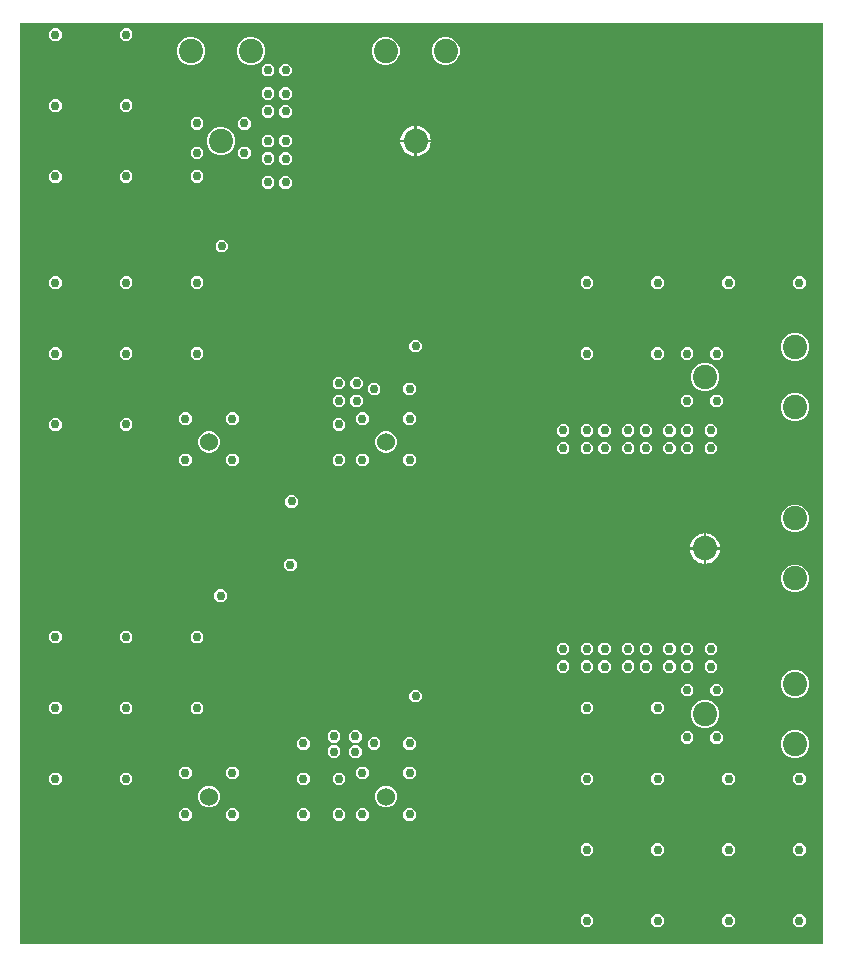
<source format=gbr>
G04 EAGLE Gerber RS-274X export*
G75*
%MOMM*%
%FSLAX34Y34*%
%LPD*%
%INCopper Layer 15*%
%IPPOS*%
%AMOC8*
5,1,8,0,0,1.08239X$1,22.5*%
G01*
%ADD10C,2.057400*%
%ADD11C,1.524000*%
%ADD12C,0.756400*%

G36*
X679348Y10162D02*
X679348Y10162D01*
X679357Y10161D01*
X679445Y10182D01*
X679535Y10200D01*
X679542Y10205D01*
X679550Y10207D01*
X679623Y10261D01*
X679699Y10313D01*
X679703Y10320D01*
X679710Y10325D01*
X679757Y10403D01*
X679806Y10480D01*
X679807Y10489D01*
X679812Y10496D01*
X679839Y10660D01*
X679839Y789340D01*
X679838Y789348D01*
X679839Y789357D01*
X679818Y789445D01*
X679800Y789535D01*
X679795Y789542D01*
X679793Y789550D01*
X679739Y789623D01*
X679687Y789699D01*
X679680Y789703D01*
X679675Y789710D01*
X679597Y789757D01*
X679520Y789806D01*
X679511Y789807D01*
X679504Y789812D01*
X679340Y789839D01*
X660Y789839D01*
X652Y789838D01*
X643Y789839D01*
X555Y789818D01*
X465Y789800D01*
X458Y789795D01*
X450Y789793D01*
X377Y789739D01*
X301Y789687D01*
X297Y789680D01*
X290Y789675D01*
X243Y789597D01*
X194Y789520D01*
X193Y789511D01*
X188Y789504D01*
X161Y789340D01*
X161Y10660D01*
X162Y10652D01*
X161Y10643D01*
X182Y10555D01*
X200Y10465D01*
X205Y10458D01*
X207Y10450D01*
X261Y10377D01*
X313Y10301D01*
X320Y10297D01*
X325Y10290D01*
X403Y10243D01*
X480Y10194D01*
X489Y10193D01*
X496Y10188D01*
X660Y10161D01*
X679340Y10161D01*
X679348Y10162D01*
G37*
%LPC*%
G36*
X653850Y503588D02*
X653850Y503588D01*
X649509Y505386D01*
X646186Y508709D01*
X644388Y513050D01*
X644388Y517750D01*
X646186Y522091D01*
X649509Y525414D01*
X653850Y527212D01*
X658550Y527212D01*
X662891Y525414D01*
X666214Y522091D01*
X668012Y517750D01*
X668012Y513050D01*
X666214Y508709D01*
X662891Y505386D01*
X658550Y503588D01*
X653850Y503588D01*
G37*
%LPD*%
%LPC*%
G36*
X653850Y307788D02*
X653850Y307788D01*
X649509Y309586D01*
X646186Y312909D01*
X644388Y317250D01*
X644388Y321950D01*
X646186Y326291D01*
X649509Y329614D01*
X653850Y331412D01*
X658550Y331412D01*
X662891Y329614D01*
X666214Y326291D01*
X668012Y321950D01*
X668012Y317250D01*
X666214Y312909D01*
X662891Y309586D01*
X658550Y307788D01*
X653850Y307788D01*
G37*
%LPD*%
%LPC*%
G36*
X358050Y754388D02*
X358050Y754388D01*
X353709Y756186D01*
X350386Y759509D01*
X348588Y763850D01*
X348588Y768550D01*
X350386Y772891D01*
X353709Y776214D01*
X358050Y778012D01*
X362750Y778012D01*
X367091Y776214D01*
X370414Y772891D01*
X372212Y768550D01*
X372212Y763850D01*
X370414Y759509D01*
X367091Y756186D01*
X362750Y754388D01*
X358050Y754388D01*
G37*
%LPD*%
%LPC*%
G36*
X307250Y754388D02*
X307250Y754388D01*
X302909Y756186D01*
X299586Y759509D01*
X297788Y763850D01*
X297788Y768550D01*
X299586Y772891D01*
X302909Y776214D01*
X307250Y778012D01*
X311950Y778012D01*
X316291Y776214D01*
X319614Y772891D01*
X321412Y768550D01*
X321412Y763850D01*
X319614Y759509D01*
X316291Y756186D01*
X311950Y754388D01*
X307250Y754388D01*
G37*
%LPD*%
%LPC*%
G36*
X193050Y754388D02*
X193050Y754388D01*
X188709Y756186D01*
X185386Y759509D01*
X183588Y763850D01*
X183588Y768550D01*
X185386Y772891D01*
X188709Y776214D01*
X193050Y778012D01*
X197750Y778012D01*
X202091Y776214D01*
X205414Y772891D01*
X207212Y768550D01*
X207212Y763850D01*
X205414Y759509D01*
X202091Y756186D01*
X197750Y754388D01*
X193050Y754388D01*
G37*
%LPD*%
%LPC*%
G36*
X142250Y754388D02*
X142250Y754388D01*
X137909Y756186D01*
X134586Y759509D01*
X132788Y763850D01*
X132788Y768550D01*
X134586Y772891D01*
X137909Y776214D01*
X142250Y778012D01*
X146950Y778012D01*
X151291Y776214D01*
X154614Y772891D01*
X156412Y768550D01*
X156412Y763850D01*
X154614Y759509D01*
X151291Y756186D01*
X146950Y754388D01*
X142250Y754388D01*
G37*
%LPD*%
%LPC*%
G36*
X653850Y167788D02*
X653850Y167788D01*
X649509Y169586D01*
X646186Y172909D01*
X644388Y177250D01*
X644388Y181950D01*
X646186Y186291D01*
X649509Y189614D01*
X653850Y191412D01*
X658550Y191412D01*
X662891Y189614D01*
X666214Y186291D01*
X668012Y181950D01*
X668012Y177250D01*
X666214Y172909D01*
X662891Y169586D01*
X658550Y167788D01*
X653850Y167788D01*
G37*
%LPD*%
%LPC*%
G36*
X577650Y193188D02*
X577650Y193188D01*
X573309Y194986D01*
X569986Y198309D01*
X568188Y202650D01*
X568188Y207350D01*
X569986Y211691D01*
X573309Y215014D01*
X577650Y216812D01*
X582350Y216812D01*
X586691Y215014D01*
X590014Y211691D01*
X591812Y207350D01*
X591812Y202650D01*
X590014Y198309D01*
X586691Y194986D01*
X582350Y193188D01*
X577650Y193188D01*
G37*
%LPD*%
%LPC*%
G36*
X653850Y218588D02*
X653850Y218588D01*
X649509Y220386D01*
X646186Y223709D01*
X644388Y228050D01*
X644388Y232750D01*
X646186Y237091D01*
X649509Y240414D01*
X653850Y242212D01*
X658550Y242212D01*
X662891Y240414D01*
X666214Y237091D01*
X668012Y232750D01*
X668012Y228050D01*
X666214Y223709D01*
X662891Y220386D01*
X658550Y218588D01*
X653850Y218588D01*
G37*
%LPD*%
%LPC*%
G36*
X167650Y678188D02*
X167650Y678188D01*
X163309Y679986D01*
X159986Y683309D01*
X158188Y687650D01*
X158188Y692350D01*
X159986Y696691D01*
X163309Y700014D01*
X167650Y701812D01*
X172350Y701812D01*
X176691Y700014D01*
X180014Y696691D01*
X181812Y692350D01*
X181812Y687650D01*
X180014Y683309D01*
X176691Y679986D01*
X172350Y678188D01*
X167650Y678188D01*
G37*
%LPD*%
%LPC*%
G36*
X577650Y478188D02*
X577650Y478188D01*
X573309Y479986D01*
X569986Y483309D01*
X568188Y487650D01*
X568188Y492350D01*
X569986Y496691D01*
X573309Y500014D01*
X577650Y501812D01*
X582350Y501812D01*
X586691Y500014D01*
X590014Y496691D01*
X591812Y492350D01*
X591812Y487650D01*
X590014Y483309D01*
X586691Y479986D01*
X582350Y478188D01*
X577650Y478188D01*
G37*
%LPD*%
%LPC*%
G36*
X653850Y452788D02*
X653850Y452788D01*
X649509Y454586D01*
X646186Y457909D01*
X644388Y462250D01*
X644388Y466950D01*
X646186Y471291D01*
X649509Y474614D01*
X653850Y476412D01*
X658550Y476412D01*
X662891Y474614D01*
X666214Y471291D01*
X668012Y466950D01*
X668012Y462250D01*
X666214Y457909D01*
X662891Y454586D01*
X658550Y452788D01*
X653850Y452788D01*
G37*
%LPD*%
%LPC*%
G36*
X653850Y358588D02*
X653850Y358588D01*
X649509Y360386D01*
X646186Y363709D01*
X644388Y368050D01*
X644388Y372750D01*
X646186Y377091D01*
X649509Y380414D01*
X653850Y382212D01*
X658550Y382212D01*
X662891Y380414D01*
X666214Y377091D01*
X668012Y372750D01*
X668012Y368050D01*
X666214Y363709D01*
X662891Y360386D01*
X658550Y358588D01*
X653850Y358588D01*
G37*
%LPD*%
%LPC*%
G36*
X308181Y425855D02*
X308181Y425855D01*
X304820Y427247D01*
X302247Y429820D01*
X300855Y433181D01*
X300855Y436819D01*
X302247Y440180D01*
X304820Y442753D01*
X308181Y444145D01*
X311819Y444145D01*
X315180Y442753D01*
X317753Y440180D01*
X319145Y436819D01*
X319145Y433181D01*
X317753Y429820D01*
X315180Y427247D01*
X311819Y425855D01*
X308181Y425855D01*
G37*
%LPD*%
%LPC*%
G36*
X158181Y125855D02*
X158181Y125855D01*
X154820Y127247D01*
X152247Y129820D01*
X150855Y133181D01*
X150855Y136819D01*
X152247Y140180D01*
X154820Y142753D01*
X158181Y144145D01*
X161819Y144145D01*
X165180Y142753D01*
X167753Y140180D01*
X169145Y136819D01*
X169145Y133181D01*
X167753Y129820D01*
X165180Y127247D01*
X161819Y125855D01*
X158181Y125855D01*
G37*
%LPD*%
%LPC*%
G36*
X158181Y425855D02*
X158181Y425855D01*
X154820Y427247D01*
X152247Y429820D01*
X150855Y433181D01*
X150855Y436819D01*
X152247Y440180D01*
X154820Y442753D01*
X158181Y444145D01*
X161819Y444145D01*
X165180Y442753D01*
X167753Y440180D01*
X169145Y436819D01*
X169145Y433181D01*
X167753Y429820D01*
X165180Y427247D01*
X161819Y425855D01*
X158181Y425855D01*
G37*
%LPD*%
%LPC*%
G36*
X308181Y125855D02*
X308181Y125855D01*
X304820Y127247D01*
X302247Y129820D01*
X300855Y133181D01*
X300855Y136819D01*
X302247Y140180D01*
X304820Y142753D01*
X308181Y144145D01*
X311819Y144145D01*
X315180Y142753D01*
X317753Y140180D01*
X319145Y136819D01*
X319145Y133181D01*
X317753Y129820D01*
X315180Y127247D01*
X311819Y125855D01*
X308181Y125855D01*
G37*
%LPD*%
%LPC*%
G36*
X580999Y345999D02*
X580999Y345999D01*
X580999Y357828D01*
X581010Y357828D01*
X583004Y357512D01*
X584924Y356888D01*
X586723Y355971D01*
X588357Y354785D01*
X589785Y353357D01*
X590971Y351723D01*
X591888Y349924D01*
X592512Y348004D01*
X592828Y346010D01*
X592828Y345999D01*
X580999Y345999D01*
G37*
%LPD*%
%LPC*%
G36*
X335999Y690999D02*
X335999Y690999D01*
X335999Y702828D01*
X336010Y702828D01*
X338004Y702512D01*
X339924Y701888D01*
X341723Y700971D01*
X343357Y699785D01*
X344785Y698357D01*
X345971Y696723D01*
X346888Y694924D01*
X347512Y693004D01*
X347828Y691010D01*
X347828Y690999D01*
X335999Y690999D01*
G37*
%LPD*%
%LPC*%
G36*
X322172Y690999D02*
X322172Y690999D01*
X322172Y691010D01*
X322488Y693004D01*
X323112Y694924D01*
X324029Y696723D01*
X325215Y698357D01*
X326643Y699785D01*
X328277Y700971D01*
X330076Y701888D01*
X331996Y702512D01*
X333990Y702828D01*
X334001Y702828D01*
X334001Y690999D01*
X322172Y690999D01*
G37*
%LPD*%
%LPC*%
G36*
X580999Y332172D02*
X580999Y332172D01*
X580999Y344001D01*
X592828Y344001D01*
X592828Y343990D01*
X592512Y341996D01*
X591888Y340076D01*
X590971Y338277D01*
X589785Y336643D01*
X588357Y335215D01*
X586723Y334029D01*
X584924Y333112D01*
X583004Y332488D01*
X581010Y332172D01*
X580999Y332172D01*
G37*
%LPD*%
%LPC*%
G36*
X567172Y345999D02*
X567172Y345999D01*
X567172Y346010D01*
X567488Y348004D01*
X568112Y349924D01*
X569029Y351723D01*
X570215Y353357D01*
X571643Y354785D01*
X573277Y355971D01*
X575076Y356888D01*
X576996Y357512D01*
X578990Y357828D01*
X579001Y357828D01*
X579001Y345999D01*
X567172Y345999D01*
G37*
%LPD*%
%LPC*%
G36*
X335999Y677172D02*
X335999Y677172D01*
X335999Y689001D01*
X347828Y689001D01*
X347828Y688990D01*
X347512Y686996D01*
X346888Y685076D01*
X345971Y683277D01*
X344785Y681643D01*
X343357Y680215D01*
X341723Y679029D01*
X339924Y678112D01*
X338004Y677488D01*
X336010Y677172D01*
X335999Y677172D01*
G37*
%LPD*%
%LPC*%
G36*
X333990Y677172D02*
X333990Y677172D01*
X331996Y677488D01*
X330076Y678112D01*
X328277Y679029D01*
X326643Y680215D01*
X325215Y681643D01*
X324029Y683277D01*
X323112Y685076D01*
X322488Y686996D01*
X322172Y688990D01*
X322172Y689001D01*
X334001Y689001D01*
X334001Y677172D01*
X333990Y677172D01*
G37*
%LPD*%
%LPC*%
G36*
X578990Y332172D02*
X578990Y332172D01*
X576996Y332488D01*
X575076Y333112D01*
X573277Y334029D01*
X571643Y335215D01*
X570215Y336643D01*
X569029Y338277D01*
X568112Y340076D01*
X567488Y341996D01*
X567172Y343990D01*
X567172Y344001D01*
X579001Y344001D01*
X579001Y332172D01*
X578990Y332172D01*
G37*
%LPD*%
%LPC*%
G36*
X147802Y674693D02*
X147802Y674693D01*
X144693Y677802D01*
X144693Y682198D01*
X147802Y685307D01*
X152198Y685307D01*
X155307Y682198D01*
X155307Y677802D01*
X152198Y674693D01*
X147802Y674693D01*
G37*
%LPD*%
%LPC*%
G36*
X222802Y669693D02*
X222802Y669693D01*
X219693Y672802D01*
X219693Y677198D01*
X222802Y680307D01*
X227198Y680307D01*
X230307Y677198D01*
X230307Y672802D01*
X227198Y669693D01*
X222802Y669693D01*
G37*
%LPD*%
%LPC*%
G36*
X207802Y669693D02*
X207802Y669693D01*
X204693Y672802D01*
X204693Y677198D01*
X207802Y680307D01*
X212198Y680307D01*
X215307Y677198D01*
X215307Y672802D01*
X212198Y669693D01*
X207802Y669693D01*
G37*
%LPD*%
%LPC*%
G36*
X87802Y654693D02*
X87802Y654693D01*
X84693Y657802D01*
X84693Y662198D01*
X87802Y665307D01*
X92198Y665307D01*
X95307Y662198D01*
X95307Y657802D01*
X92198Y654693D01*
X87802Y654693D01*
G37*
%LPD*%
%LPC*%
G36*
X27802Y654693D02*
X27802Y654693D01*
X24693Y657802D01*
X24693Y662198D01*
X27802Y665307D01*
X32198Y665307D01*
X35307Y662198D01*
X35307Y657802D01*
X32198Y654693D01*
X27802Y654693D01*
G37*
%LPD*%
%LPC*%
G36*
X147802Y654693D02*
X147802Y654693D01*
X144693Y657802D01*
X144693Y662198D01*
X147802Y665307D01*
X152198Y665307D01*
X155307Y662198D01*
X155307Y657802D01*
X152198Y654693D01*
X147802Y654693D01*
G37*
%LPD*%
%LPC*%
G36*
X222802Y649693D02*
X222802Y649693D01*
X219693Y652802D01*
X219693Y657198D01*
X222802Y660307D01*
X227198Y660307D01*
X230307Y657198D01*
X230307Y652802D01*
X227198Y649693D01*
X222802Y649693D01*
G37*
%LPD*%
%LPC*%
G36*
X207802Y649693D02*
X207802Y649693D01*
X204693Y652802D01*
X204693Y657198D01*
X207802Y660307D01*
X212198Y660307D01*
X215307Y657198D01*
X215307Y652802D01*
X212198Y649693D01*
X207802Y649693D01*
G37*
%LPD*%
%LPC*%
G36*
X168802Y595693D02*
X168802Y595693D01*
X165693Y598802D01*
X165693Y603198D01*
X168802Y606307D01*
X173198Y606307D01*
X176307Y603198D01*
X176307Y598802D01*
X173198Y595693D01*
X168802Y595693D01*
G37*
%LPD*%
%LPC*%
G36*
X597802Y564693D02*
X597802Y564693D01*
X594693Y567802D01*
X594693Y572198D01*
X597802Y575307D01*
X602198Y575307D01*
X605307Y572198D01*
X605307Y567802D01*
X602198Y564693D01*
X597802Y564693D01*
G37*
%LPD*%
%LPC*%
G36*
X537802Y564693D02*
X537802Y564693D01*
X534693Y567802D01*
X534693Y572198D01*
X537802Y575307D01*
X542198Y575307D01*
X545307Y572198D01*
X545307Y567802D01*
X542198Y564693D01*
X537802Y564693D01*
G37*
%LPD*%
%LPC*%
G36*
X657802Y564693D02*
X657802Y564693D01*
X654693Y567802D01*
X654693Y572198D01*
X657802Y575307D01*
X662198Y575307D01*
X665307Y572198D01*
X665307Y567802D01*
X662198Y564693D01*
X657802Y564693D01*
G37*
%LPD*%
%LPC*%
G36*
X477802Y564693D02*
X477802Y564693D01*
X474693Y567802D01*
X474693Y572198D01*
X477802Y575307D01*
X482198Y575307D01*
X485307Y572198D01*
X485307Y567802D01*
X482198Y564693D01*
X477802Y564693D01*
G37*
%LPD*%
%LPC*%
G36*
X147802Y564693D02*
X147802Y564693D01*
X144693Y567802D01*
X144693Y572198D01*
X147802Y575307D01*
X152198Y575307D01*
X155307Y572198D01*
X155307Y567802D01*
X152198Y564693D01*
X147802Y564693D01*
G37*
%LPD*%
%LPC*%
G36*
X87802Y564693D02*
X87802Y564693D01*
X84693Y567802D01*
X84693Y572198D01*
X87802Y575307D01*
X92198Y575307D01*
X95307Y572198D01*
X95307Y567802D01*
X92198Y564693D01*
X87802Y564693D01*
G37*
%LPD*%
%LPC*%
G36*
X27802Y564693D02*
X27802Y564693D01*
X24693Y567802D01*
X24693Y572198D01*
X27802Y575307D01*
X32198Y575307D01*
X35307Y572198D01*
X35307Y567802D01*
X32198Y564693D01*
X27802Y564693D01*
G37*
%LPD*%
%LPC*%
G36*
X187802Y674693D02*
X187802Y674693D01*
X184693Y677802D01*
X184693Y682198D01*
X187802Y685307D01*
X192198Y685307D01*
X195307Y682198D01*
X195307Y677802D01*
X192198Y674693D01*
X187802Y674693D01*
G37*
%LPD*%
%LPC*%
G36*
X332802Y510993D02*
X332802Y510993D01*
X329693Y514102D01*
X329693Y518498D01*
X332802Y521607D01*
X337198Y521607D01*
X340307Y518498D01*
X340307Y514102D01*
X337198Y510993D01*
X332802Y510993D01*
G37*
%LPD*%
%LPC*%
G36*
X587802Y504693D02*
X587802Y504693D01*
X584693Y507802D01*
X584693Y512198D01*
X587802Y515307D01*
X592198Y515307D01*
X595307Y512198D01*
X595307Y507802D01*
X592198Y504693D01*
X587802Y504693D01*
G37*
%LPD*%
%LPC*%
G36*
X562802Y504693D02*
X562802Y504693D01*
X559693Y507802D01*
X559693Y512198D01*
X562802Y515307D01*
X567198Y515307D01*
X570307Y512198D01*
X570307Y507802D01*
X567198Y504693D01*
X562802Y504693D01*
G37*
%LPD*%
%LPC*%
G36*
X537802Y504693D02*
X537802Y504693D01*
X534693Y507802D01*
X534693Y512198D01*
X537802Y515307D01*
X542198Y515307D01*
X545307Y512198D01*
X545307Y507802D01*
X542198Y504693D01*
X537802Y504693D01*
G37*
%LPD*%
%LPC*%
G36*
X477802Y504693D02*
X477802Y504693D01*
X474693Y507802D01*
X474693Y512198D01*
X477802Y515307D01*
X482198Y515307D01*
X485307Y512198D01*
X485307Y507802D01*
X482198Y504693D01*
X477802Y504693D01*
G37*
%LPD*%
%LPC*%
G36*
X147802Y504693D02*
X147802Y504693D01*
X144693Y507802D01*
X144693Y512198D01*
X147802Y515307D01*
X152198Y515307D01*
X155307Y512198D01*
X155307Y507802D01*
X152198Y504693D01*
X147802Y504693D01*
G37*
%LPD*%
%LPC*%
G36*
X87802Y504693D02*
X87802Y504693D01*
X84693Y507802D01*
X84693Y512198D01*
X87802Y515307D01*
X92198Y515307D01*
X95307Y512198D01*
X95307Y507802D01*
X92198Y504693D01*
X87802Y504693D01*
G37*
%LPD*%
%LPC*%
G36*
X27802Y504693D02*
X27802Y504693D01*
X24693Y507802D01*
X24693Y512198D01*
X27802Y515307D01*
X32198Y515307D01*
X35307Y512198D01*
X35307Y507802D01*
X32198Y504693D01*
X27802Y504693D01*
G37*
%LPD*%
%LPC*%
G36*
X597802Y24693D02*
X597802Y24693D01*
X594693Y27802D01*
X594693Y32198D01*
X597802Y35307D01*
X602198Y35307D01*
X605307Y32198D01*
X605307Y27802D01*
X602198Y24693D01*
X597802Y24693D01*
G37*
%LPD*%
%LPC*%
G36*
X282802Y479693D02*
X282802Y479693D01*
X279693Y482802D01*
X279693Y487198D01*
X282802Y490307D01*
X287198Y490307D01*
X290307Y487198D01*
X290307Y482802D01*
X287198Y479693D01*
X282802Y479693D01*
G37*
%LPD*%
%LPC*%
G36*
X267802Y479693D02*
X267802Y479693D01*
X264693Y482802D01*
X264693Y487198D01*
X267802Y490307D01*
X272198Y490307D01*
X275307Y487198D01*
X275307Y482802D01*
X272198Y479693D01*
X267802Y479693D01*
G37*
%LPD*%
%LPC*%
G36*
X327802Y474693D02*
X327802Y474693D01*
X324693Y477802D01*
X324693Y482198D01*
X327802Y485307D01*
X332198Y485307D01*
X335307Y482198D01*
X335307Y477802D01*
X332198Y474693D01*
X327802Y474693D01*
G37*
%LPD*%
%LPC*%
G36*
X297802Y474693D02*
X297802Y474693D01*
X294693Y477802D01*
X294693Y482198D01*
X297802Y485307D01*
X302198Y485307D01*
X305307Y482198D01*
X305307Y477802D01*
X302198Y474693D01*
X297802Y474693D01*
G37*
%LPD*%
%LPC*%
G36*
X207802Y684693D02*
X207802Y684693D01*
X204693Y687802D01*
X204693Y692198D01*
X207802Y695307D01*
X212198Y695307D01*
X215307Y692198D01*
X215307Y687802D01*
X212198Y684693D01*
X207802Y684693D01*
G37*
%LPD*%
%LPC*%
G36*
X587802Y464693D02*
X587802Y464693D01*
X584693Y467802D01*
X584693Y472198D01*
X587802Y475307D01*
X592198Y475307D01*
X595307Y472198D01*
X595307Y467802D01*
X592198Y464693D01*
X587802Y464693D01*
G37*
%LPD*%
%LPC*%
G36*
X562802Y464693D02*
X562802Y464693D01*
X559693Y467802D01*
X559693Y472198D01*
X562802Y475307D01*
X567198Y475307D01*
X570307Y472198D01*
X570307Y467802D01*
X567198Y464693D01*
X562802Y464693D01*
G37*
%LPD*%
%LPC*%
G36*
X282802Y464693D02*
X282802Y464693D01*
X279693Y467802D01*
X279693Y472198D01*
X282802Y475307D01*
X287198Y475307D01*
X290307Y472198D01*
X290307Y467802D01*
X287198Y464693D01*
X282802Y464693D01*
G37*
%LPD*%
%LPC*%
G36*
X267802Y464693D02*
X267802Y464693D01*
X264693Y467802D01*
X264693Y472198D01*
X267802Y475307D01*
X272198Y475307D01*
X275307Y472198D01*
X275307Y467802D01*
X272198Y464693D01*
X267802Y464693D01*
G37*
%LPD*%
%LPC*%
G36*
X327802Y449693D02*
X327802Y449693D01*
X324693Y452802D01*
X324693Y457198D01*
X327802Y460307D01*
X332198Y460307D01*
X335307Y457198D01*
X335307Y452802D01*
X332198Y449693D01*
X327802Y449693D01*
G37*
%LPD*%
%LPC*%
G36*
X287802Y449693D02*
X287802Y449693D01*
X284693Y452802D01*
X284693Y457198D01*
X287802Y460307D01*
X292198Y460307D01*
X295307Y457198D01*
X295307Y452802D01*
X292198Y449693D01*
X287802Y449693D01*
G37*
%LPD*%
%LPC*%
G36*
X177802Y449693D02*
X177802Y449693D01*
X174693Y452802D01*
X174693Y457198D01*
X177802Y460307D01*
X182198Y460307D01*
X185307Y457198D01*
X185307Y452802D01*
X182198Y449693D01*
X177802Y449693D01*
G37*
%LPD*%
%LPC*%
G36*
X137802Y449693D02*
X137802Y449693D01*
X134693Y452802D01*
X134693Y457198D01*
X137802Y460307D01*
X142198Y460307D01*
X145307Y457198D01*
X145307Y452802D01*
X142198Y449693D01*
X137802Y449693D01*
G37*
%LPD*%
%LPC*%
G36*
X267802Y444693D02*
X267802Y444693D01*
X264693Y447802D01*
X264693Y452198D01*
X267802Y455307D01*
X272198Y455307D01*
X275307Y452198D01*
X275307Y447802D01*
X272198Y444693D01*
X267802Y444693D01*
G37*
%LPD*%
%LPC*%
G36*
X87802Y444693D02*
X87802Y444693D01*
X84693Y447802D01*
X84693Y452198D01*
X87802Y455307D01*
X92198Y455307D01*
X95307Y452198D01*
X95307Y447802D01*
X92198Y444693D01*
X87802Y444693D01*
G37*
%LPD*%
%LPC*%
G36*
X27802Y444693D02*
X27802Y444693D01*
X24693Y447802D01*
X24693Y452198D01*
X27802Y455307D01*
X32198Y455307D01*
X35307Y452198D01*
X35307Y447802D01*
X32198Y444693D01*
X27802Y444693D01*
G37*
%LPD*%
%LPC*%
G36*
X477802Y439693D02*
X477802Y439693D01*
X474693Y442802D01*
X474693Y447198D01*
X477802Y450307D01*
X482198Y450307D01*
X485307Y447198D01*
X485307Y442802D01*
X482198Y439693D01*
X477802Y439693D01*
G37*
%LPD*%
%LPC*%
G36*
X457802Y439693D02*
X457802Y439693D01*
X454693Y442802D01*
X454693Y447198D01*
X457802Y450307D01*
X462198Y450307D01*
X465307Y447198D01*
X465307Y442802D01*
X462198Y439693D01*
X457802Y439693D01*
G37*
%LPD*%
%LPC*%
G36*
X582802Y439693D02*
X582802Y439693D01*
X579693Y442802D01*
X579693Y447198D01*
X582802Y450307D01*
X587198Y450307D01*
X590307Y447198D01*
X590307Y442802D01*
X587198Y439693D01*
X582802Y439693D01*
G37*
%LPD*%
%LPC*%
G36*
X562802Y439693D02*
X562802Y439693D01*
X559693Y442802D01*
X559693Y447198D01*
X562802Y450307D01*
X567198Y450307D01*
X570307Y447198D01*
X570307Y442802D01*
X567198Y439693D01*
X562802Y439693D01*
G37*
%LPD*%
%LPC*%
G36*
X547802Y439693D02*
X547802Y439693D01*
X544693Y442802D01*
X544693Y447198D01*
X547802Y450307D01*
X552198Y450307D01*
X555307Y447198D01*
X555307Y442802D01*
X552198Y439693D01*
X547802Y439693D01*
G37*
%LPD*%
%LPC*%
G36*
X527802Y439693D02*
X527802Y439693D01*
X524693Y442802D01*
X524693Y447198D01*
X527802Y450307D01*
X532198Y450307D01*
X535307Y447198D01*
X535307Y442802D01*
X532198Y439693D01*
X527802Y439693D01*
G37*
%LPD*%
%LPC*%
G36*
X512802Y439693D02*
X512802Y439693D01*
X509693Y442802D01*
X509693Y447198D01*
X512802Y450307D01*
X517198Y450307D01*
X520307Y447198D01*
X520307Y442802D01*
X517198Y439693D01*
X512802Y439693D01*
G37*
%LPD*%
%LPC*%
G36*
X492802Y439693D02*
X492802Y439693D01*
X489693Y442802D01*
X489693Y447198D01*
X492802Y450307D01*
X497198Y450307D01*
X500307Y447198D01*
X500307Y442802D01*
X497198Y439693D01*
X492802Y439693D01*
G37*
%LPD*%
%LPC*%
G36*
X222802Y684693D02*
X222802Y684693D01*
X219693Y687802D01*
X219693Y692198D01*
X222802Y695307D01*
X227198Y695307D01*
X230307Y692198D01*
X230307Y687802D01*
X227198Y684693D01*
X222802Y684693D01*
G37*
%LPD*%
%LPC*%
G36*
X147802Y699693D02*
X147802Y699693D01*
X144693Y702802D01*
X144693Y707198D01*
X147802Y710307D01*
X152198Y710307D01*
X155307Y707198D01*
X155307Y702802D01*
X152198Y699693D01*
X147802Y699693D01*
G37*
%LPD*%
%LPC*%
G36*
X512802Y424693D02*
X512802Y424693D01*
X509693Y427802D01*
X509693Y432198D01*
X512802Y435307D01*
X517198Y435307D01*
X520307Y432198D01*
X520307Y427802D01*
X517198Y424693D01*
X512802Y424693D01*
G37*
%LPD*%
%LPC*%
G36*
X492802Y424693D02*
X492802Y424693D01*
X489693Y427802D01*
X489693Y432198D01*
X492802Y435307D01*
X497198Y435307D01*
X500307Y432198D01*
X500307Y427802D01*
X497198Y424693D01*
X492802Y424693D01*
G37*
%LPD*%
%LPC*%
G36*
X582802Y424693D02*
X582802Y424693D01*
X579693Y427802D01*
X579693Y432198D01*
X582802Y435307D01*
X587198Y435307D01*
X590307Y432198D01*
X590307Y427802D01*
X587198Y424693D01*
X582802Y424693D01*
G37*
%LPD*%
%LPC*%
G36*
X562802Y424693D02*
X562802Y424693D01*
X559693Y427802D01*
X559693Y432198D01*
X562802Y435307D01*
X567198Y435307D01*
X570307Y432198D01*
X570307Y427802D01*
X567198Y424693D01*
X562802Y424693D01*
G37*
%LPD*%
%LPC*%
G36*
X547802Y424693D02*
X547802Y424693D01*
X544693Y427802D01*
X544693Y432198D01*
X547802Y435307D01*
X552198Y435307D01*
X555307Y432198D01*
X555307Y427802D01*
X552198Y424693D01*
X547802Y424693D01*
G37*
%LPD*%
%LPC*%
G36*
X527802Y424693D02*
X527802Y424693D01*
X524693Y427802D01*
X524693Y432198D01*
X527802Y435307D01*
X532198Y435307D01*
X535307Y432198D01*
X535307Y427802D01*
X532198Y424693D01*
X527802Y424693D01*
G37*
%LPD*%
%LPC*%
G36*
X477802Y424693D02*
X477802Y424693D01*
X474693Y427802D01*
X474693Y432198D01*
X477802Y435307D01*
X482198Y435307D01*
X485307Y432198D01*
X485307Y427802D01*
X482198Y424693D01*
X477802Y424693D01*
G37*
%LPD*%
%LPC*%
G36*
X457802Y424693D02*
X457802Y424693D01*
X454693Y427802D01*
X454693Y432198D01*
X457802Y435307D01*
X462198Y435307D01*
X465307Y432198D01*
X465307Y427802D01*
X462198Y424693D01*
X457802Y424693D01*
G37*
%LPD*%
%LPC*%
G36*
X327802Y414693D02*
X327802Y414693D01*
X324693Y417802D01*
X324693Y422198D01*
X327802Y425307D01*
X332198Y425307D01*
X335307Y422198D01*
X335307Y417802D01*
X332198Y414693D01*
X327802Y414693D01*
G37*
%LPD*%
%LPC*%
G36*
X287802Y414693D02*
X287802Y414693D01*
X284693Y417802D01*
X284693Y422198D01*
X287802Y425307D01*
X292198Y425307D01*
X295307Y422198D01*
X295307Y417802D01*
X292198Y414693D01*
X287802Y414693D01*
G37*
%LPD*%
%LPC*%
G36*
X267802Y414693D02*
X267802Y414693D01*
X264693Y417802D01*
X264693Y422198D01*
X267802Y425307D01*
X272198Y425307D01*
X275307Y422198D01*
X275307Y417802D01*
X272198Y414693D01*
X267802Y414693D01*
G37*
%LPD*%
%LPC*%
G36*
X177802Y414693D02*
X177802Y414693D01*
X174693Y417802D01*
X174693Y422198D01*
X177802Y425307D01*
X182198Y425307D01*
X185307Y422198D01*
X185307Y417802D01*
X182198Y414693D01*
X177802Y414693D01*
G37*
%LPD*%
%LPC*%
G36*
X137802Y414693D02*
X137802Y414693D01*
X134693Y417802D01*
X134693Y422198D01*
X137802Y425307D01*
X142198Y425307D01*
X145307Y422198D01*
X145307Y417802D01*
X142198Y414693D01*
X137802Y414693D01*
G37*
%LPD*%
%LPC*%
G36*
X227802Y379693D02*
X227802Y379693D01*
X224693Y382802D01*
X224693Y387198D01*
X227802Y390307D01*
X232198Y390307D01*
X235307Y387198D01*
X235307Y382802D01*
X232198Y379693D01*
X227802Y379693D01*
G37*
%LPD*%
%LPC*%
G36*
X187802Y699693D02*
X187802Y699693D01*
X184693Y702802D01*
X184693Y707198D01*
X187802Y710307D01*
X192198Y710307D01*
X195307Y707198D01*
X195307Y702802D01*
X192198Y699693D01*
X187802Y699693D01*
G37*
%LPD*%
%LPC*%
G36*
X207802Y709693D02*
X207802Y709693D01*
X204693Y712802D01*
X204693Y717198D01*
X207802Y720307D01*
X212198Y720307D01*
X215307Y717198D01*
X215307Y712802D01*
X212198Y709693D01*
X207802Y709693D01*
G37*
%LPD*%
%LPC*%
G36*
X222802Y709693D02*
X222802Y709693D01*
X219693Y712802D01*
X219693Y717198D01*
X222802Y720307D01*
X227198Y720307D01*
X230307Y717198D01*
X230307Y712802D01*
X227198Y709693D01*
X222802Y709693D01*
G37*
%LPD*%
%LPC*%
G36*
X657802Y24693D02*
X657802Y24693D01*
X654693Y27802D01*
X654693Y32198D01*
X657802Y35307D01*
X662198Y35307D01*
X665307Y32198D01*
X665307Y27802D01*
X662198Y24693D01*
X657802Y24693D01*
G37*
%LPD*%
%LPC*%
G36*
X27802Y714693D02*
X27802Y714693D01*
X24693Y717802D01*
X24693Y722198D01*
X27802Y725307D01*
X32198Y725307D01*
X35307Y722198D01*
X35307Y717802D01*
X32198Y714693D01*
X27802Y714693D01*
G37*
%LPD*%
%LPC*%
G36*
X87802Y714693D02*
X87802Y714693D01*
X84693Y717802D01*
X84693Y722198D01*
X87802Y725307D01*
X92198Y725307D01*
X95307Y722198D01*
X95307Y717802D01*
X92198Y714693D01*
X87802Y714693D01*
G37*
%LPD*%
%LPC*%
G36*
X226802Y325693D02*
X226802Y325693D01*
X223693Y328802D01*
X223693Y333198D01*
X226802Y336307D01*
X231198Y336307D01*
X234307Y333198D01*
X234307Y328802D01*
X231198Y325693D01*
X226802Y325693D01*
G37*
%LPD*%
%LPC*%
G36*
X207802Y724693D02*
X207802Y724693D01*
X204693Y727802D01*
X204693Y732198D01*
X207802Y735307D01*
X212198Y735307D01*
X215307Y732198D01*
X215307Y727802D01*
X212198Y724693D01*
X207802Y724693D01*
G37*
%LPD*%
%LPC*%
G36*
X167802Y299693D02*
X167802Y299693D01*
X164693Y302802D01*
X164693Y307198D01*
X167802Y310307D01*
X172198Y310307D01*
X175307Y307198D01*
X175307Y302802D01*
X172198Y299693D01*
X167802Y299693D01*
G37*
%LPD*%
%LPC*%
G36*
X147802Y264693D02*
X147802Y264693D01*
X144693Y267802D01*
X144693Y272198D01*
X147802Y275307D01*
X152198Y275307D01*
X155307Y272198D01*
X155307Y267802D01*
X152198Y264693D01*
X147802Y264693D01*
G37*
%LPD*%
%LPC*%
G36*
X87802Y264693D02*
X87802Y264693D01*
X84693Y267802D01*
X84693Y272198D01*
X87802Y275307D01*
X92198Y275307D01*
X95307Y272198D01*
X95307Y267802D01*
X92198Y264693D01*
X87802Y264693D01*
G37*
%LPD*%
%LPC*%
G36*
X27802Y264693D02*
X27802Y264693D01*
X24693Y267802D01*
X24693Y272198D01*
X27802Y275307D01*
X32198Y275307D01*
X35307Y272198D01*
X35307Y267802D01*
X32198Y264693D01*
X27802Y264693D01*
G37*
%LPD*%
%LPC*%
G36*
X582802Y254693D02*
X582802Y254693D01*
X579693Y257802D01*
X579693Y262198D01*
X582802Y265307D01*
X587198Y265307D01*
X590307Y262198D01*
X590307Y257802D01*
X587198Y254693D01*
X582802Y254693D01*
G37*
%LPD*%
%LPC*%
G36*
X562802Y254693D02*
X562802Y254693D01*
X559693Y257802D01*
X559693Y262198D01*
X562802Y265307D01*
X567198Y265307D01*
X570307Y262198D01*
X570307Y257802D01*
X567198Y254693D01*
X562802Y254693D01*
G37*
%LPD*%
%LPC*%
G36*
X547802Y254693D02*
X547802Y254693D01*
X544693Y257802D01*
X544693Y262198D01*
X547802Y265307D01*
X552198Y265307D01*
X555307Y262198D01*
X555307Y257802D01*
X552198Y254693D01*
X547802Y254693D01*
G37*
%LPD*%
%LPC*%
G36*
X527802Y254693D02*
X527802Y254693D01*
X524693Y257802D01*
X524693Y262198D01*
X527802Y265307D01*
X532198Y265307D01*
X535307Y262198D01*
X535307Y257802D01*
X532198Y254693D01*
X527802Y254693D01*
G37*
%LPD*%
%LPC*%
G36*
X512802Y254693D02*
X512802Y254693D01*
X509693Y257802D01*
X509693Y262198D01*
X512802Y265307D01*
X517198Y265307D01*
X520307Y262198D01*
X520307Y257802D01*
X517198Y254693D01*
X512802Y254693D01*
G37*
%LPD*%
%LPC*%
G36*
X492802Y254693D02*
X492802Y254693D01*
X489693Y257802D01*
X489693Y262198D01*
X492802Y265307D01*
X497198Y265307D01*
X500307Y262198D01*
X500307Y257802D01*
X497198Y254693D01*
X492802Y254693D01*
G37*
%LPD*%
%LPC*%
G36*
X477802Y254693D02*
X477802Y254693D01*
X474693Y257802D01*
X474693Y262198D01*
X477802Y265307D01*
X482198Y265307D01*
X485307Y262198D01*
X485307Y257802D01*
X482198Y254693D01*
X477802Y254693D01*
G37*
%LPD*%
%LPC*%
G36*
X457802Y254693D02*
X457802Y254693D01*
X454693Y257802D01*
X454693Y262198D01*
X457802Y265307D01*
X462198Y265307D01*
X465307Y262198D01*
X465307Y257802D01*
X462198Y254693D01*
X457802Y254693D01*
G37*
%LPD*%
%LPC*%
G36*
X477802Y239693D02*
X477802Y239693D01*
X474693Y242802D01*
X474693Y247198D01*
X477802Y250307D01*
X482198Y250307D01*
X485307Y247198D01*
X485307Y242802D01*
X482198Y239693D01*
X477802Y239693D01*
G37*
%LPD*%
%LPC*%
G36*
X457802Y239693D02*
X457802Y239693D01*
X454693Y242802D01*
X454693Y247198D01*
X457802Y250307D01*
X462198Y250307D01*
X465307Y247198D01*
X465307Y242802D01*
X462198Y239693D01*
X457802Y239693D01*
G37*
%LPD*%
%LPC*%
G36*
X582802Y239693D02*
X582802Y239693D01*
X579693Y242802D01*
X579693Y247198D01*
X582802Y250307D01*
X587198Y250307D01*
X590307Y247198D01*
X590307Y242802D01*
X587198Y239693D01*
X582802Y239693D01*
G37*
%LPD*%
%LPC*%
G36*
X562802Y239693D02*
X562802Y239693D01*
X559693Y242802D01*
X559693Y247198D01*
X562802Y250307D01*
X567198Y250307D01*
X570307Y247198D01*
X570307Y242802D01*
X567198Y239693D01*
X562802Y239693D01*
G37*
%LPD*%
%LPC*%
G36*
X547802Y239693D02*
X547802Y239693D01*
X544693Y242802D01*
X544693Y247198D01*
X547802Y250307D01*
X552198Y250307D01*
X555307Y247198D01*
X555307Y242802D01*
X552198Y239693D01*
X547802Y239693D01*
G37*
%LPD*%
%LPC*%
G36*
X527802Y239693D02*
X527802Y239693D01*
X524693Y242802D01*
X524693Y247198D01*
X527802Y250307D01*
X532198Y250307D01*
X535307Y247198D01*
X535307Y242802D01*
X532198Y239693D01*
X527802Y239693D01*
G37*
%LPD*%
%LPC*%
G36*
X512802Y239693D02*
X512802Y239693D01*
X509693Y242802D01*
X509693Y247198D01*
X512802Y250307D01*
X517198Y250307D01*
X520307Y247198D01*
X520307Y242802D01*
X517198Y239693D01*
X512802Y239693D01*
G37*
%LPD*%
%LPC*%
G36*
X492802Y239693D02*
X492802Y239693D01*
X489693Y242802D01*
X489693Y247198D01*
X492802Y250307D01*
X497198Y250307D01*
X500307Y247198D01*
X500307Y242802D01*
X497198Y239693D01*
X492802Y239693D01*
G37*
%LPD*%
%LPC*%
G36*
X222802Y724693D02*
X222802Y724693D01*
X219693Y727802D01*
X219693Y732198D01*
X222802Y735307D01*
X227198Y735307D01*
X230307Y732198D01*
X230307Y727802D01*
X227198Y724693D01*
X222802Y724693D01*
G37*
%LPD*%
%LPC*%
G36*
X587802Y219693D02*
X587802Y219693D01*
X584693Y222802D01*
X584693Y227198D01*
X587802Y230307D01*
X592198Y230307D01*
X595307Y227198D01*
X595307Y222802D01*
X592198Y219693D01*
X587802Y219693D01*
G37*
%LPD*%
%LPC*%
G36*
X562802Y219693D02*
X562802Y219693D01*
X559693Y222802D01*
X559693Y227198D01*
X562802Y230307D01*
X567198Y230307D01*
X570307Y227198D01*
X570307Y222802D01*
X567198Y219693D01*
X562802Y219693D01*
G37*
%LPD*%
%LPC*%
G36*
X332802Y214693D02*
X332802Y214693D01*
X329693Y217802D01*
X329693Y222198D01*
X332802Y225307D01*
X337198Y225307D01*
X340307Y222198D01*
X340307Y217802D01*
X337198Y214693D01*
X332802Y214693D01*
G37*
%LPD*%
%LPC*%
G36*
X207802Y744693D02*
X207802Y744693D01*
X204693Y747802D01*
X204693Y752198D01*
X207802Y755307D01*
X212198Y755307D01*
X215307Y752198D01*
X215307Y747802D01*
X212198Y744693D01*
X207802Y744693D01*
G37*
%LPD*%
%LPC*%
G36*
X537802Y204693D02*
X537802Y204693D01*
X534693Y207802D01*
X534693Y212198D01*
X537802Y215307D01*
X542198Y215307D01*
X545307Y212198D01*
X545307Y207802D01*
X542198Y204693D01*
X537802Y204693D01*
G37*
%LPD*%
%LPC*%
G36*
X477802Y204693D02*
X477802Y204693D01*
X474693Y207802D01*
X474693Y212198D01*
X477802Y215307D01*
X482198Y215307D01*
X485307Y212198D01*
X485307Y207802D01*
X482198Y204693D01*
X477802Y204693D01*
G37*
%LPD*%
%LPC*%
G36*
X147802Y204693D02*
X147802Y204693D01*
X144693Y207802D01*
X144693Y212198D01*
X147802Y215307D01*
X152198Y215307D01*
X155307Y212198D01*
X155307Y207802D01*
X152198Y204693D01*
X147802Y204693D01*
G37*
%LPD*%
%LPC*%
G36*
X87802Y204693D02*
X87802Y204693D01*
X84693Y207802D01*
X84693Y212198D01*
X87802Y215307D01*
X92198Y215307D01*
X95307Y212198D01*
X95307Y207802D01*
X92198Y204693D01*
X87802Y204693D01*
G37*
%LPD*%
%LPC*%
G36*
X27802Y204693D02*
X27802Y204693D01*
X24693Y207802D01*
X24693Y212198D01*
X27802Y215307D01*
X32198Y215307D01*
X35307Y212198D01*
X35307Y207802D01*
X32198Y204693D01*
X27802Y204693D01*
G37*
%LPD*%
%LPC*%
G36*
X222802Y744693D02*
X222802Y744693D01*
X219693Y747802D01*
X219693Y752198D01*
X222802Y755307D01*
X227198Y755307D01*
X230307Y752198D01*
X230307Y747802D01*
X227198Y744693D01*
X222802Y744693D01*
G37*
%LPD*%
%LPC*%
G36*
X281802Y180693D02*
X281802Y180693D01*
X278693Y183802D01*
X278693Y188198D01*
X281802Y191307D01*
X286198Y191307D01*
X289307Y188198D01*
X289307Y183802D01*
X286198Y180693D01*
X281802Y180693D01*
G37*
%LPD*%
%LPC*%
G36*
X263802Y180693D02*
X263802Y180693D01*
X260693Y183802D01*
X260693Y188198D01*
X263802Y191307D01*
X268198Y191307D01*
X271307Y188198D01*
X271307Y183802D01*
X268198Y180693D01*
X263802Y180693D01*
G37*
%LPD*%
%LPC*%
G36*
X587802Y179693D02*
X587802Y179693D01*
X584693Y182802D01*
X584693Y187198D01*
X587802Y190307D01*
X592198Y190307D01*
X595307Y187198D01*
X595307Y182802D01*
X592198Y179693D01*
X587802Y179693D01*
G37*
%LPD*%
%LPC*%
G36*
X562802Y179693D02*
X562802Y179693D01*
X559693Y182802D01*
X559693Y187198D01*
X562802Y190307D01*
X567198Y190307D01*
X570307Y187198D01*
X570307Y182802D01*
X567198Y179693D01*
X562802Y179693D01*
G37*
%LPD*%
%LPC*%
G36*
X327802Y174693D02*
X327802Y174693D01*
X324693Y177802D01*
X324693Y182198D01*
X327802Y185307D01*
X332198Y185307D01*
X335307Y182198D01*
X335307Y177802D01*
X332198Y174693D01*
X327802Y174693D01*
G37*
%LPD*%
%LPC*%
G36*
X297802Y174693D02*
X297802Y174693D01*
X294693Y177802D01*
X294693Y182198D01*
X297802Y185307D01*
X302198Y185307D01*
X305307Y182198D01*
X305307Y177802D01*
X302198Y174693D01*
X297802Y174693D01*
G37*
%LPD*%
%LPC*%
G36*
X237802Y174693D02*
X237802Y174693D01*
X234693Y177802D01*
X234693Y182198D01*
X237802Y185307D01*
X242198Y185307D01*
X245307Y182198D01*
X245307Y177802D01*
X242198Y174693D01*
X237802Y174693D01*
G37*
%LPD*%
%LPC*%
G36*
X281802Y167693D02*
X281802Y167693D01*
X278693Y170802D01*
X278693Y175198D01*
X281802Y178307D01*
X286198Y178307D01*
X289307Y175198D01*
X289307Y170802D01*
X286198Y167693D01*
X281802Y167693D01*
G37*
%LPD*%
%LPC*%
G36*
X263802Y167693D02*
X263802Y167693D01*
X260693Y170802D01*
X260693Y175198D01*
X263802Y178307D01*
X268198Y178307D01*
X271307Y175198D01*
X271307Y170802D01*
X268198Y167693D01*
X263802Y167693D01*
G37*
%LPD*%
%LPC*%
G36*
X327802Y149693D02*
X327802Y149693D01*
X324693Y152802D01*
X324693Y157198D01*
X327802Y160307D01*
X332198Y160307D01*
X335307Y157198D01*
X335307Y152802D01*
X332198Y149693D01*
X327802Y149693D01*
G37*
%LPD*%
%LPC*%
G36*
X287802Y149693D02*
X287802Y149693D01*
X284693Y152802D01*
X284693Y157198D01*
X287802Y160307D01*
X292198Y160307D01*
X295307Y157198D01*
X295307Y152802D01*
X292198Y149693D01*
X287802Y149693D01*
G37*
%LPD*%
%LPC*%
G36*
X177802Y149693D02*
X177802Y149693D01*
X174693Y152802D01*
X174693Y157198D01*
X177802Y160307D01*
X182198Y160307D01*
X185307Y157198D01*
X185307Y152802D01*
X182198Y149693D01*
X177802Y149693D01*
G37*
%LPD*%
%LPC*%
G36*
X137802Y149693D02*
X137802Y149693D01*
X134693Y152802D01*
X134693Y157198D01*
X137802Y160307D01*
X142198Y160307D01*
X145307Y157198D01*
X145307Y152802D01*
X142198Y149693D01*
X137802Y149693D01*
G37*
%LPD*%
%LPC*%
G36*
X657802Y144693D02*
X657802Y144693D01*
X654693Y147802D01*
X654693Y152198D01*
X657802Y155307D01*
X662198Y155307D01*
X665307Y152198D01*
X665307Y147802D01*
X662198Y144693D01*
X657802Y144693D01*
G37*
%LPD*%
%LPC*%
G36*
X597802Y144693D02*
X597802Y144693D01*
X594693Y147802D01*
X594693Y152198D01*
X597802Y155307D01*
X602198Y155307D01*
X605307Y152198D01*
X605307Y147802D01*
X602198Y144693D01*
X597802Y144693D01*
G37*
%LPD*%
%LPC*%
G36*
X537802Y144693D02*
X537802Y144693D01*
X534693Y147802D01*
X534693Y152198D01*
X537802Y155307D01*
X542198Y155307D01*
X545307Y152198D01*
X545307Y147802D01*
X542198Y144693D01*
X537802Y144693D01*
G37*
%LPD*%
%LPC*%
G36*
X477802Y144693D02*
X477802Y144693D01*
X474693Y147802D01*
X474693Y152198D01*
X477802Y155307D01*
X482198Y155307D01*
X485307Y152198D01*
X485307Y147802D01*
X482198Y144693D01*
X477802Y144693D01*
G37*
%LPD*%
%LPC*%
G36*
X267802Y144693D02*
X267802Y144693D01*
X264693Y147802D01*
X264693Y152198D01*
X267802Y155307D01*
X272198Y155307D01*
X275307Y152198D01*
X275307Y147802D01*
X272198Y144693D01*
X267802Y144693D01*
G37*
%LPD*%
%LPC*%
G36*
X237802Y144693D02*
X237802Y144693D01*
X234693Y147802D01*
X234693Y152198D01*
X237802Y155307D01*
X242198Y155307D01*
X245307Y152198D01*
X245307Y147802D01*
X242198Y144693D01*
X237802Y144693D01*
G37*
%LPD*%
%LPC*%
G36*
X87802Y144693D02*
X87802Y144693D01*
X84693Y147802D01*
X84693Y152198D01*
X87802Y155307D01*
X92198Y155307D01*
X95307Y152198D01*
X95307Y147802D01*
X92198Y144693D01*
X87802Y144693D01*
G37*
%LPD*%
%LPC*%
G36*
X27802Y144693D02*
X27802Y144693D01*
X24693Y147802D01*
X24693Y152198D01*
X27802Y155307D01*
X32198Y155307D01*
X35307Y152198D01*
X35307Y147802D01*
X32198Y144693D01*
X27802Y144693D01*
G37*
%LPD*%
%LPC*%
G36*
X27802Y774693D02*
X27802Y774693D01*
X24693Y777802D01*
X24693Y782198D01*
X27802Y785307D01*
X32198Y785307D01*
X35307Y782198D01*
X35307Y777802D01*
X32198Y774693D01*
X27802Y774693D01*
G37*
%LPD*%
%LPC*%
G36*
X87802Y774693D02*
X87802Y774693D01*
X84693Y777802D01*
X84693Y782198D01*
X87802Y785307D01*
X92198Y785307D01*
X95307Y782198D01*
X95307Y777802D01*
X92198Y774693D01*
X87802Y774693D01*
G37*
%LPD*%
%LPC*%
G36*
X177802Y114693D02*
X177802Y114693D01*
X174693Y117802D01*
X174693Y122198D01*
X177802Y125307D01*
X182198Y125307D01*
X185307Y122198D01*
X185307Y117802D01*
X182198Y114693D01*
X177802Y114693D01*
G37*
%LPD*%
%LPC*%
G36*
X137802Y114693D02*
X137802Y114693D01*
X134693Y117802D01*
X134693Y122198D01*
X137802Y125307D01*
X142198Y125307D01*
X145307Y122198D01*
X145307Y117802D01*
X142198Y114693D01*
X137802Y114693D01*
G37*
%LPD*%
%LPC*%
G36*
X327802Y114693D02*
X327802Y114693D01*
X324693Y117802D01*
X324693Y122198D01*
X327802Y125307D01*
X332198Y125307D01*
X335307Y122198D01*
X335307Y117802D01*
X332198Y114693D01*
X327802Y114693D01*
G37*
%LPD*%
%LPC*%
G36*
X287802Y114693D02*
X287802Y114693D01*
X284693Y117802D01*
X284693Y122198D01*
X287802Y125307D01*
X292198Y125307D01*
X295307Y122198D01*
X295307Y117802D01*
X292198Y114693D01*
X287802Y114693D01*
G37*
%LPD*%
%LPC*%
G36*
X267802Y114693D02*
X267802Y114693D01*
X264693Y117802D01*
X264693Y122198D01*
X267802Y125307D01*
X272198Y125307D01*
X275307Y122198D01*
X275307Y117802D01*
X272198Y114693D01*
X267802Y114693D01*
G37*
%LPD*%
%LPC*%
G36*
X237802Y114693D02*
X237802Y114693D01*
X234693Y117802D01*
X234693Y122198D01*
X237802Y125307D01*
X242198Y125307D01*
X245307Y122198D01*
X245307Y117802D01*
X242198Y114693D01*
X237802Y114693D01*
G37*
%LPD*%
%LPC*%
G36*
X537802Y84693D02*
X537802Y84693D01*
X534693Y87802D01*
X534693Y92198D01*
X537802Y95307D01*
X542198Y95307D01*
X545307Y92198D01*
X545307Y87802D01*
X542198Y84693D01*
X537802Y84693D01*
G37*
%LPD*%
%LPC*%
G36*
X477802Y84693D02*
X477802Y84693D01*
X474693Y87802D01*
X474693Y92198D01*
X477802Y95307D01*
X482198Y95307D01*
X485307Y92198D01*
X485307Y87802D01*
X482198Y84693D01*
X477802Y84693D01*
G37*
%LPD*%
%LPC*%
G36*
X657802Y84693D02*
X657802Y84693D01*
X654693Y87802D01*
X654693Y92198D01*
X657802Y95307D01*
X662198Y95307D01*
X665307Y92198D01*
X665307Y87802D01*
X662198Y84693D01*
X657802Y84693D01*
G37*
%LPD*%
%LPC*%
G36*
X597802Y84693D02*
X597802Y84693D01*
X594693Y87802D01*
X594693Y92198D01*
X597802Y95307D01*
X602198Y95307D01*
X605307Y92198D01*
X605307Y87802D01*
X602198Y84693D01*
X597802Y84693D01*
G37*
%LPD*%
%LPC*%
G36*
X537802Y24693D02*
X537802Y24693D01*
X534693Y27802D01*
X534693Y32198D01*
X537802Y35307D01*
X542198Y35307D01*
X545307Y32198D01*
X545307Y27802D01*
X542198Y24693D01*
X537802Y24693D01*
G37*
%LPD*%
%LPC*%
G36*
X477802Y24693D02*
X477802Y24693D01*
X474693Y27802D01*
X474693Y32198D01*
X477802Y35307D01*
X482198Y35307D01*
X485307Y32198D01*
X485307Y27802D01*
X482198Y24693D01*
X477802Y24693D01*
G37*
%LPD*%
%LPC*%
G36*
X579999Y344999D02*
X579999Y344999D01*
X579999Y345001D01*
X580001Y345001D01*
X580001Y344999D01*
X579999Y344999D01*
G37*
%LPD*%
%LPC*%
G36*
X334999Y689999D02*
X334999Y689999D01*
X334999Y690001D01*
X335001Y690001D01*
X335001Y689999D01*
X334999Y689999D01*
G37*
%LPD*%
D10*
X170000Y690000D03*
X144600Y766200D03*
X195400Y766200D03*
X335000Y690000D03*
X309600Y766200D03*
X360400Y766200D03*
X580000Y205000D03*
X656200Y230400D03*
X656200Y179600D03*
X580000Y490000D03*
X656200Y515400D03*
X656200Y464600D03*
X580000Y345000D03*
X656200Y370400D03*
X656200Y319600D03*
D11*
X160000Y435000D03*
X310000Y435000D03*
X160000Y135000D03*
X310000Y135000D03*
D12*
X30000Y780000D03*
X30000Y720000D03*
X30000Y660000D03*
X90000Y660000D03*
X90000Y720000D03*
X90000Y780000D03*
X150000Y705000D03*
X150000Y680000D03*
X150000Y660000D03*
X190000Y680000D03*
X190000Y705000D03*
X210000Y655000D03*
X225000Y655000D03*
X210000Y675000D03*
X225000Y675000D03*
X210000Y690000D03*
X225000Y690000D03*
X210000Y715000D03*
X225000Y715000D03*
X225000Y730000D03*
X210000Y730000D03*
X210000Y750000D03*
X225000Y750000D03*
X230000Y385000D03*
X229000Y331000D03*
X285000Y750000D03*
X285000Y730000D03*
X300000Y750000D03*
X300000Y730000D03*
X300000Y715000D03*
X285000Y715000D03*
X285000Y690000D03*
X300000Y690000D03*
X285000Y675000D03*
X300000Y675000D03*
X285000Y655000D03*
X300000Y655000D03*
X270000Y616000D03*
X315000Y705000D03*
X315000Y680000D03*
X355000Y705000D03*
X355000Y680000D03*
X390000Y660000D03*
X390000Y720000D03*
X390000Y780000D03*
X450000Y780000D03*
X450000Y720000D03*
X450000Y660000D03*
X510000Y780000D03*
X510000Y720000D03*
X510000Y660000D03*
X570000Y780000D03*
X570000Y720000D03*
X570000Y660000D03*
X630000Y660000D03*
X630000Y720000D03*
X630000Y780000D03*
X390000Y390000D03*
X330000Y390000D03*
X270000Y390000D03*
X270000Y330000D03*
X268000Y314000D03*
X330000Y330000D03*
X390000Y330000D03*
X390000Y270000D03*
X150000Y90000D03*
X90000Y90000D03*
X30000Y90000D03*
X150000Y30000D03*
X90000Y30000D03*
X30000Y30000D03*
X460000Y370000D03*
X460000Y355000D03*
X480000Y370000D03*
X480000Y355000D03*
X495000Y370000D03*
X495000Y355000D03*
X515000Y370000D03*
X515000Y355000D03*
X530000Y370000D03*
X530000Y355000D03*
X550000Y370000D03*
X550000Y355000D03*
X460000Y335000D03*
X460000Y320000D03*
X480000Y335000D03*
X480000Y320000D03*
X495000Y335000D03*
X495000Y320000D03*
X515000Y335000D03*
X515000Y320000D03*
X530000Y335000D03*
X530000Y320000D03*
X550000Y335000D03*
X550000Y320000D03*
X565000Y365000D03*
X590000Y365000D03*
X565000Y325000D03*
X590000Y325000D03*
X205000Y325000D03*
X150000Y330000D03*
X185000Y350000D03*
X170000Y350000D03*
X185000Y370000D03*
X170000Y370000D03*
X205000Y390000D03*
X150000Y390000D03*
X90000Y390000D03*
X90000Y330000D03*
X30000Y330000D03*
X30000Y390000D03*
X335000Y516300D03*
X270000Y485000D03*
X285000Y485000D03*
X270000Y470000D03*
X285000Y470000D03*
X460000Y445000D03*
X480000Y430000D03*
X480000Y445000D03*
X460000Y430000D03*
X330000Y420000D03*
X290000Y420000D03*
X270000Y420000D03*
X270000Y450000D03*
X290000Y455000D03*
X300000Y480000D03*
X330000Y480000D03*
X330000Y455000D03*
X480000Y570000D03*
X540000Y570000D03*
X600000Y570000D03*
X660000Y570000D03*
X540000Y510000D03*
X480000Y510000D03*
X565000Y510000D03*
X590000Y510000D03*
X565000Y470000D03*
X590000Y470000D03*
X495000Y445000D03*
X495000Y430000D03*
X515000Y430000D03*
X515000Y445000D03*
X530000Y445000D03*
X530000Y430000D03*
X550000Y445000D03*
X550000Y430000D03*
X565000Y445000D03*
X565000Y430000D03*
X585000Y445000D03*
X585000Y430000D03*
X171000Y601000D03*
X150000Y570000D03*
X90000Y570000D03*
X30000Y570000D03*
X90000Y510000D03*
X30000Y510000D03*
X150000Y510000D03*
X30000Y450000D03*
X90000Y450000D03*
X140000Y455000D03*
X140000Y420000D03*
X180000Y455000D03*
X180000Y420000D03*
X335000Y220000D03*
X266000Y186000D03*
X284000Y186000D03*
X266000Y173000D03*
X284000Y173000D03*
X240000Y180000D03*
X240000Y150000D03*
X240000Y120000D03*
X270000Y150000D03*
X270000Y120000D03*
X300000Y180000D03*
X290000Y155000D03*
X290000Y120000D03*
X330000Y120000D03*
X330000Y155000D03*
X330000Y180000D03*
X460000Y260000D03*
X460000Y245000D03*
X480000Y260000D03*
X480000Y245000D03*
X495000Y260000D03*
X495000Y245000D03*
X515000Y260000D03*
X515000Y245000D03*
X530000Y260000D03*
X530000Y245000D03*
X550000Y260000D03*
X550000Y245000D03*
X565000Y260000D03*
X565000Y245000D03*
X585000Y260000D03*
X585000Y245000D03*
X480000Y210000D03*
X540000Y210000D03*
X565000Y225000D03*
X590000Y225000D03*
X565000Y185000D03*
X590000Y185000D03*
X480000Y150000D03*
X540000Y150000D03*
X600000Y150000D03*
X540000Y90000D03*
X480000Y90000D03*
X600000Y90000D03*
X480000Y30000D03*
X540000Y30000D03*
X600000Y30000D03*
X660000Y150000D03*
X660000Y90000D03*
X660000Y30000D03*
X170000Y305000D03*
X30000Y270000D03*
X90000Y270000D03*
X150000Y270000D03*
X150000Y210000D03*
X90000Y210000D03*
X30000Y210000D03*
X90000Y150000D03*
X30000Y150000D03*
X140000Y155000D03*
X140000Y120000D03*
X180000Y155000D03*
X180000Y120000D03*
M02*

</source>
